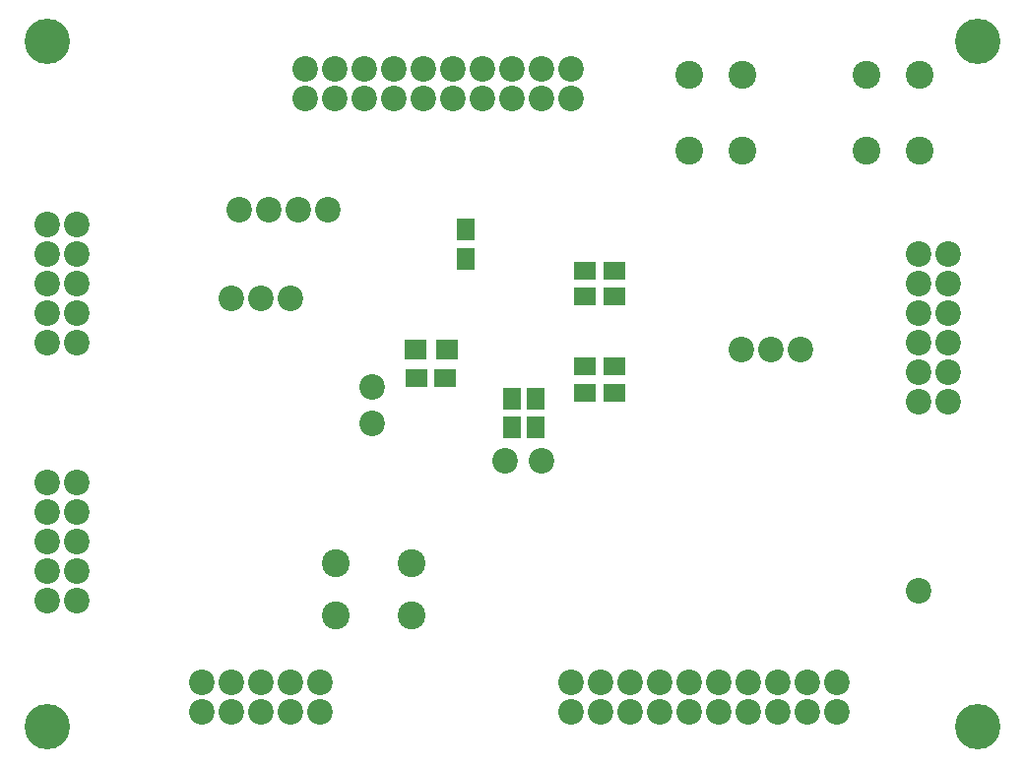
<source format=gbr>
G04 #@! TF.FileFunction,Soldermask,Bot*
%FSLAX46Y46*%
G04 Gerber Fmt 4.6, Leading zero omitted, Abs format (unit mm)*
G04 Created by KiCad (PCBNEW 4.0.7) date 05/24/18 15:50:37*
%MOMM*%
%LPD*%
G01*
G04 APERTURE LIST*
%ADD10C,0.100000*%
%ADD11C,2.400000*%
%ADD12R,1.900000X1.650000*%
%ADD13R,1.650000X1.900000*%
%ADD14C,2.200000*%
%ADD15R,1.900000X1.700000*%
%ADD16C,3.900000*%
G04 APERTURE END LIST*
D10*
D11*
X81325000Y-105405000D03*
X81325000Y-100905000D03*
X87825000Y-105405000D03*
X87825000Y-100905000D03*
D12*
X102750000Y-86254000D03*
X105250000Y-86254000D03*
X102750000Y-75750000D03*
X105250000Y-75750000D03*
D13*
X92500000Y-74750000D03*
X92500000Y-72250000D03*
D12*
X102750000Y-84000000D03*
X105250000Y-84000000D03*
X90750000Y-85000000D03*
X88250000Y-85000000D03*
D13*
X98500000Y-86750000D03*
X98500000Y-89250000D03*
D12*
X102750000Y-78000000D03*
X105250000Y-78000000D03*
D13*
X96500000Y-86750000D03*
X96500000Y-89250000D03*
D14*
X75565000Y-70485000D03*
X73025000Y-70485000D03*
X78105000Y-70485000D03*
X80645000Y-70485000D03*
X124460000Y-111125000D03*
X124460000Y-113665000D03*
X121920000Y-111125000D03*
X121920000Y-113665000D03*
X119380000Y-111125000D03*
X119380000Y-113665000D03*
X116840000Y-111125000D03*
X116840000Y-113665000D03*
X114300000Y-111125000D03*
X114300000Y-113665000D03*
X111760000Y-111125000D03*
X111760000Y-113665000D03*
X109220000Y-111125000D03*
X109220000Y-113665000D03*
X106680000Y-111125000D03*
X106680000Y-113665000D03*
X104140000Y-111125000D03*
X104140000Y-113665000D03*
X101600000Y-111125000D03*
X101600000Y-113665000D03*
X88900000Y-60960000D03*
X86360000Y-60960000D03*
X83820000Y-60960000D03*
X83820000Y-58420000D03*
X86360000Y-58420000D03*
X88900000Y-58420000D03*
X81280000Y-58420000D03*
X81280000Y-60960000D03*
X78740000Y-60960000D03*
X78740000Y-58420000D03*
X91440000Y-58420000D03*
X91440000Y-60960000D03*
X93980000Y-60960000D03*
X93980000Y-58420000D03*
X101600000Y-58420000D03*
X99060000Y-58420000D03*
X96520000Y-58420000D03*
X96520000Y-60960000D03*
X99060000Y-60960000D03*
X101600000Y-60960000D03*
X95885000Y-92075000D03*
X99060000Y-92075000D03*
X84455000Y-88900000D03*
X84455000Y-85725000D03*
X56515000Y-93980000D03*
X59055000Y-93980000D03*
X59055000Y-104140000D03*
X56515000Y-104140000D03*
X59055000Y-101600000D03*
X56515000Y-101600000D03*
X59055000Y-99060000D03*
X56515000Y-99060000D03*
X59055000Y-96520000D03*
X56515000Y-96520000D03*
X131445000Y-79375000D03*
X131445000Y-76835000D03*
X131445000Y-74295000D03*
X133985000Y-74295000D03*
X133985000Y-76835000D03*
X133985000Y-79375000D03*
X133985000Y-86995000D03*
X133985000Y-84455000D03*
X133985000Y-81915000D03*
X131445000Y-81915000D03*
X131445000Y-84455000D03*
X131445000Y-86995000D03*
X56515000Y-71755000D03*
X59055000Y-71755000D03*
X59055000Y-81915000D03*
X56515000Y-81915000D03*
X59055000Y-79375000D03*
X56515000Y-79375000D03*
X59055000Y-76835000D03*
X56515000Y-76835000D03*
X59055000Y-74295000D03*
X56515000Y-74295000D03*
X69850000Y-113665000D03*
X69850000Y-111125000D03*
X80010000Y-111125000D03*
X80010000Y-113665000D03*
X77470000Y-111125000D03*
X77470000Y-113665000D03*
X74930000Y-111125000D03*
X74930000Y-113665000D03*
X72390000Y-111125000D03*
X72390000Y-113665000D03*
X77470000Y-78105000D03*
X74930000Y-78105000D03*
X72390000Y-78105000D03*
X121285000Y-82550000D03*
X118745000Y-82550000D03*
X116205000Y-82550000D03*
D15*
X88150000Y-82500000D03*
X90850000Y-82500000D03*
D11*
X131500000Y-65405000D03*
X127000000Y-65405000D03*
X131500000Y-58905000D03*
X127000000Y-58905000D03*
X116260000Y-65405000D03*
X111760000Y-65405000D03*
X116260000Y-58905000D03*
X111760000Y-58905000D03*
D14*
X131445000Y-103251000D03*
D16*
X136500000Y-56000000D03*
X56500000Y-56000000D03*
X136500000Y-115000000D03*
X56500000Y-115000000D03*
M02*

</source>
